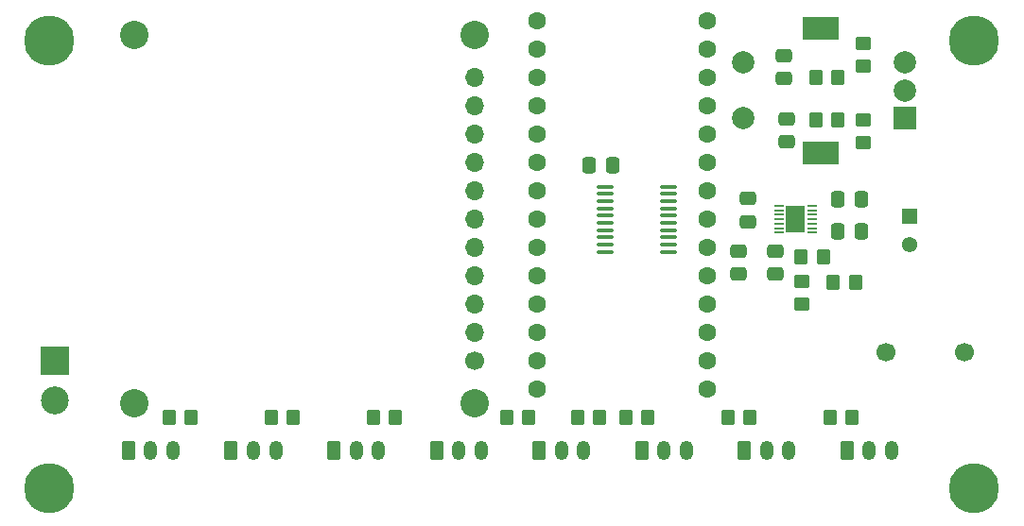
<source format=gbs>
%TF.GenerationSoftware,KiCad,Pcbnew,(6.0.6)*%
%TF.CreationDate,2022-06-26T20:30:04-07:00*%
%TF.ProjectId,led_controller-rounded,6c65645f-636f-46e7-9472-6f6c6c65722d,rev?*%
%TF.SameCoordinates,Original*%
%TF.FileFunction,Soldermask,Bot*%
%TF.FilePolarity,Negative*%
%FSLAX46Y46*%
G04 Gerber Fmt 4.6, Leading zero omitted, Abs format (unit mm)*
G04 Created by KiCad (PCBNEW (6.0.6)) date 2022-06-26 20:30:04*
%MOMM*%
%LPD*%
G01*
G04 APERTURE LIST*
G04 Aperture macros list*
%AMRoundRect*
0 Rectangle with rounded corners*
0 $1 Rounding radius*
0 $2 $3 $4 $5 $6 $7 $8 $9 X,Y pos of 4 corners*
0 Add a 4 corners polygon primitive as box body*
4,1,4,$2,$3,$4,$5,$6,$7,$8,$9,$2,$3,0*
0 Add four circle primitives for the rounded corners*
1,1,$1+$1,$2,$3*
1,1,$1+$1,$4,$5*
1,1,$1+$1,$6,$7*
1,1,$1+$1,$8,$9*
0 Add four rect primitives between the rounded corners*
20,1,$1+$1,$2,$3,$4,$5,0*
20,1,$1+$1,$4,$5,$6,$7,0*
20,1,$1+$1,$6,$7,$8,$9,0*
20,1,$1+$1,$8,$9,$2,$3,0*%
G04 Aperture macros list end*
%ADD10RoundRect,0.250000X-0.350000X-0.625000X0.350000X-0.625000X0.350000X0.625000X-0.350000X0.625000X0*%
%ADD11O,1.200000X1.750000*%
%ADD12R,2.500000X2.500000*%
%ADD13C,2.500000*%
%ADD14C,4.500000*%
%ADD15C,2.540000*%
%ADD16C,1.700000*%
%ADD17O,1.700000X1.700000*%
%ADD18R,2.000000X2.000000*%
%ADD19C,2.000000*%
%ADD20R,3.200000X2.000000*%
%ADD21C,1.600000*%
%ADD22R,1.378000X1.378000*%
%ADD23C,1.378000*%
%ADD24RoundRect,0.250000X-0.350000X-0.450000X0.350000X-0.450000X0.350000X0.450000X-0.350000X0.450000X0*%
%ADD25RoundRect,0.250000X0.450000X-0.350000X0.450000X0.350000X-0.450000X0.350000X-0.450000X-0.350000X0*%
%ADD26RoundRect,0.250000X0.475000X-0.337500X0.475000X0.337500X-0.475000X0.337500X-0.475000X-0.337500X0*%
%ADD27RoundRect,0.250000X-0.475000X0.337500X-0.475000X-0.337500X0.475000X-0.337500X0.475000X0.337500X0*%
%ADD28RoundRect,0.250000X-0.337500X-0.475000X0.337500X-0.475000X0.337500X0.475000X-0.337500X0.475000X0*%
%ADD29RoundRect,0.250000X0.350000X0.450000X-0.350000X0.450000X-0.350000X-0.450000X0.350000X-0.450000X0*%
%ADD30RoundRect,0.050000X-0.337500X-0.050000X0.337500X-0.050000X0.337500X0.050000X-0.337500X0.050000X0*%
%ADD31R,1.780000X2.350000*%
%ADD32RoundRect,0.250000X-0.450000X0.350000X-0.450000X-0.350000X0.450000X-0.350000X0.450000X0.350000X0*%
%ADD33RoundRect,0.100000X0.637500X0.100000X-0.637500X0.100000X-0.637500X-0.100000X0.637500X-0.100000X0*%
%ADD34RoundRect,0.250000X0.337500X0.475000X-0.337500X0.475000X-0.337500X-0.475000X0.337500X-0.475000X0*%
G04 APERTURE END LIST*
D10*
X127858810Y-126926000D03*
D11*
X129858810Y-126926000D03*
X131858810Y-126926000D03*
D12*
X93730000Y-118900000D03*
D13*
X93730000Y-122400000D03*
D10*
X100284922Y-126926000D03*
D11*
X102284922Y-126926000D03*
X104284922Y-126926000D03*
D14*
X176022000Y-90170000D03*
D10*
X164624000Y-126926000D03*
D11*
X166624000Y-126926000D03*
X168624000Y-126926000D03*
D14*
X93218000Y-130302000D03*
D15*
X131318000Y-89662000D03*
X131318000Y-122682000D03*
X100838000Y-122682000D03*
X100838000Y-89662000D03*
D16*
X131318000Y-118872000D03*
D17*
X131318000Y-116332000D03*
X131318000Y-113792000D03*
X131318000Y-111252000D03*
X131318000Y-108712000D03*
X131318000Y-106172000D03*
X131318000Y-103632000D03*
X131318000Y-101092000D03*
X131318000Y-98552000D03*
X131318000Y-96012000D03*
X131318000Y-93472000D03*
D14*
X93218000Y-90170000D03*
D10*
X137050106Y-126926000D03*
D11*
X139050106Y-126926000D03*
X141050106Y-126926000D03*
D10*
X146241402Y-126926000D03*
D11*
X148241402Y-126926000D03*
X150241402Y-126926000D03*
D10*
X109476218Y-126926000D03*
D11*
X111476218Y-126926000D03*
X113476218Y-126926000D03*
D18*
X169810000Y-97115000D03*
D19*
X169810000Y-92115000D03*
X169810000Y-94615000D03*
D20*
X162310000Y-100215000D03*
X162310000Y-89015000D03*
D19*
X155310000Y-92115000D03*
X155310000Y-97115000D03*
D21*
X136906000Y-88392000D03*
X136906000Y-90932000D03*
X136906000Y-93472000D03*
X136906000Y-96012000D03*
X136906000Y-98552000D03*
X136906000Y-101092000D03*
X136906000Y-103632000D03*
X136906000Y-106172000D03*
X136906000Y-108712000D03*
X136906000Y-111252000D03*
X136906000Y-113792000D03*
X136906000Y-116332000D03*
X136906000Y-118872000D03*
X136906000Y-121412000D03*
X152146000Y-121412000D03*
X152146000Y-118872000D03*
X152146000Y-116332000D03*
X152146000Y-113792000D03*
X152146000Y-111252000D03*
X152146000Y-108712000D03*
X152146000Y-106172000D03*
X152146000Y-103632000D03*
X152146000Y-101092000D03*
X152146000Y-98552000D03*
X152146000Y-96012000D03*
X152146000Y-93472000D03*
X152146000Y-90932000D03*
X152146000Y-88392000D03*
D22*
X170212000Y-105918000D03*
D23*
X170212000Y-108458000D03*
D10*
X118667514Y-126926000D03*
D11*
X120667514Y-126926000D03*
X122667514Y-126926000D03*
D14*
X176022000Y-130302000D03*
D16*
X175112500Y-118110000D03*
X168112500Y-118110000D03*
D10*
X155432698Y-126926000D03*
D11*
X157432698Y-126926000D03*
X159432698Y-126926000D03*
D24*
X113046000Y-123952000D03*
X115046000Y-123952000D03*
X134144000Y-123952000D03*
X136144000Y-123952000D03*
D25*
X166116000Y-99298000D03*
X166116000Y-97298000D03*
D24*
X161814000Y-93472000D03*
X163814000Y-93472000D03*
D26*
X155765000Y-106402500D03*
X155765000Y-104327500D03*
D27*
X158242000Y-109026500D03*
X158242000Y-111101500D03*
D25*
X160591000Y-113742000D03*
X160591000Y-111742000D03*
D28*
X163808500Y-104394000D03*
X165883500Y-104394000D03*
D24*
X103902000Y-123952000D03*
X105902000Y-123952000D03*
D29*
X146812000Y-123952000D03*
X144812000Y-123952000D03*
D30*
X158532500Y-107372000D03*
X158532500Y-106972000D03*
X158532500Y-106572000D03*
X158532500Y-106172000D03*
X158532500Y-105772000D03*
X158532500Y-105372000D03*
X158532500Y-104972000D03*
X161507500Y-104972000D03*
X161507500Y-105372000D03*
X161507500Y-105772000D03*
X161507500Y-106172000D03*
X161507500Y-106572000D03*
X161507500Y-106972000D03*
X161507500Y-107372000D03*
D31*
X160020000Y-106172000D03*
D32*
X166116000Y-90440000D03*
X166116000Y-92440000D03*
D33*
X148658500Y-103247000D03*
X148658500Y-103897000D03*
X148658500Y-104547000D03*
X148658500Y-105197000D03*
X148658500Y-105847000D03*
X148658500Y-106497000D03*
X148658500Y-107147000D03*
X148658500Y-107797000D03*
X148658500Y-108447000D03*
X148658500Y-109097000D03*
X142933500Y-109097000D03*
X142933500Y-108447000D03*
X142933500Y-107797000D03*
X142933500Y-107147000D03*
X142933500Y-106497000D03*
X142933500Y-105847000D03*
X142933500Y-105197000D03*
X142933500Y-104547000D03*
X142933500Y-103897000D03*
X142933500Y-103247000D03*
D34*
X143637000Y-101346000D03*
X141562000Y-101346000D03*
D29*
X165084000Y-123952000D03*
X163084000Y-123952000D03*
X163814000Y-97282000D03*
X161814000Y-97282000D03*
D26*
X159258000Y-99249500D03*
X159258000Y-97174500D03*
D24*
X160491000Y-109556000D03*
X162491000Y-109556000D03*
D26*
X154940000Y-111101500D03*
X154940000Y-109026500D03*
D29*
X165401000Y-111842000D03*
X163401000Y-111842000D03*
X155956000Y-123952000D03*
X153956000Y-123952000D03*
D24*
X122190000Y-123952000D03*
X124190000Y-123952000D03*
D34*
X165883500Y-107270000D03*
X163808500Y-107270000D03*
D27*
X159004000Y-91504500D03*
X159004000Y-93579500D03*
D24*
X140494000Y-123952000D03*
X142494000Y-123952000D03*
M02*

</source>
